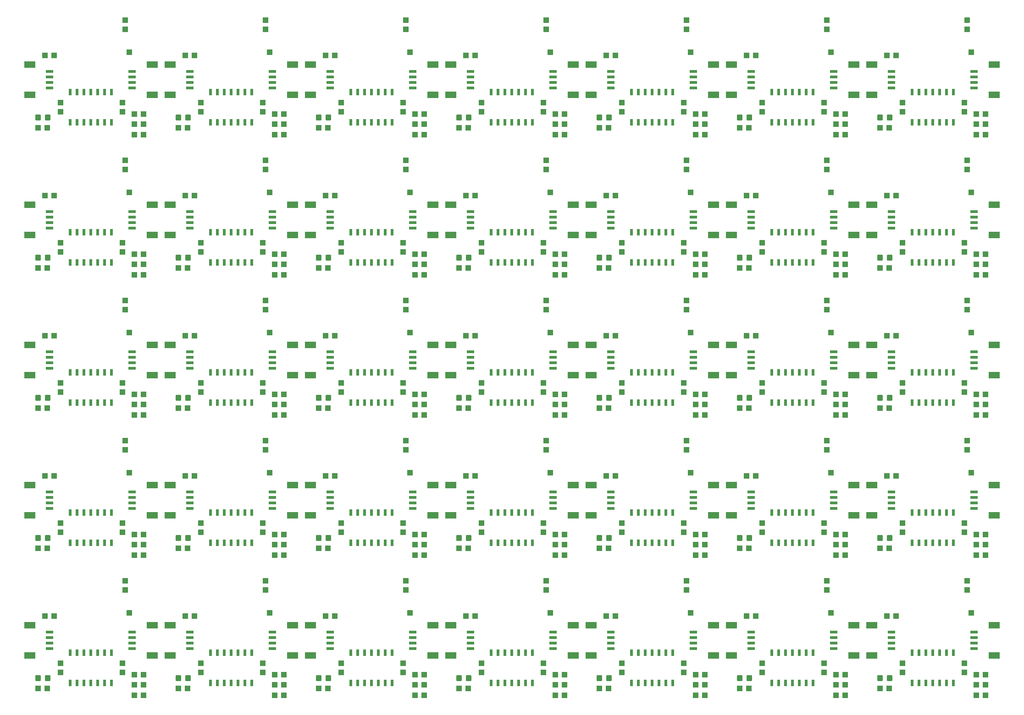
<source format=gtp>
G04 EAGLE Gerber RS-274X export*
G75*
%MOMM*%
%FSLAX34Y34*%
%LPD*%
%INSolderpaste Top*%
%IPPOS*%
%AMOC8*
5,1,8,0,0,1.08239X$1,22.5*%
G01*
%ADD10R,1.079500X1.079500*%
%ADD11R,2.000000X1.200000*%
%ADD12R,1.350000X0.600000*%
%ADD13R,1.000000X1.100000*%
%ADD14R,1.100000X1.000000*%
%ADD15R,0.600000X1.200000*%
%ADD16C,0.300000*%


D10*
X197803Y177483D03*
X456883Y177483D03*
X715963Y177483D03*
X975043Y177483D03*
X1234123Y177483D03*
X1493203Y177483D03*
X1752283Y177483D03*
X197803Y436563D03*
X456883Y436563D03*
X715963Y436563D03*
X975043Y436563D03*
X1234123Y436563D03*
X1493203Y436563D03*
X1752283Y436563D03*
X197803Y695643D03*
X456883Y695643D03*
X715963Y695643D03*
X975043Y695643D03*
X1234123Y695643D03*
X1493203Y695643D03*
X1752283Y695643D03*
X197803Y954723D03*
X456883Y954723D03*
X715963Y954723D03*
X975043Y954723D03*
X1234123Y954723D03*
X1493203Y954723D03*
X1752283Y954723D03*
X197803Y1213803D03*
X456883Y1213803D03*
X715963Y1213803D03*
X975043Y1213803D03*
X1234123Y1213803D03*
X1493203Y1213803D03*
X1752283Y1213803D03*
D11*
X239950Y99000D03*
X239950Y155000D03*
D12*
X203200Y112000D03*
X203200Y122000D03*
X203200Y132000D03*
X203200Y142000D03*
D11*
X14050Y155000D03*
X14050Y99000D03*
D12*
X50800Y142000D03*
X50800Y132000D03*
X50800Y122000D03*
X50800Y112000D03*
D13*
X184785Y84700D03*
X184785Y67700D03*
D14*
X207400Y44450D03*
X224400Y44450D03*
X207400Y63500D03*
X224400Y63500D03*
D13*
X70485Y84700D03*
X70485Y67700D03*
D15*
X165100Y104200D03*
X152400Y104200D03*
X139700Y104200D03*
X127000Y104200D03*
X114300Y104200D03*
X101600Y104200D03*
X88900Y104200D03*
X88900Y48200D03*
X101600Y48200D03*
X114300Y48200D03*
X127000Y48200D03*
X139700Y48200D03*
X152400Y48200D03*
X165100Y48200D03*
D14*
X29600Y38100D03*
X46600Y38100D03*
D16*
X43370Y53650D02*
X43370Y60650D01*
X50370Y60650D01*
X50370Y53650D01*
X43370Y53650D01*
X43370Y56500D02*
X50370Y56500D01*
X50370Y59350D02*
X43370Y59350D01*
X25830Y60650D02*
X25830Y53650D01*
X25830Y60650D02*
X32830Y60650D01*
X32830Y53650D01*
X25830Y53650D01*
X25830Y56500D02*
X32830Y56500D01*
X32830Y59350D02*
X25830Y59350D01*
D14*
X207400Y25400D03*
X224400Y25400D03*
D13*
X190500Y237100D03*
X190500Y220100D03*
D14*
X42300Y171450D03*
X59300Y171450D03*
D11*
X499030Y99000D03*
X499030Y155000D03*
D12*
X462280Y112000D03*
X462280Y122000D03*
X462280Y132000D03*
X462280Y142000D03*
D11*
X273130Y155000D03*
X273130Y99000D03*
D12*
X309880Y142000D03*
X309880Y132000D03*
X309880Y122000D03*
X309880Y112000D03*
D13*
X443865Y84700D03*
X443865Y67700D03*
D14*
X466480Y44450D03*
X483480Y44450D03*
X466480Y63500D03*
X483480Y63500D03*
D13*
X329565Y84700D03*
X329565Y67700D03*
D15*
X424180Y104200D03*
X411480Y104200D03*
X398780Y104200D03*
X386080Y104200D03*
X373380Y104200D03*
X360680Y104200D03*
X347980Y104200D03*
X347980Y48200D03*
X360680Y48200D03*
X373380Y48200D03*
X386080Y48200D03*
X398780Y48200D03*
X411480Y48200D03*
X424180Y48200D03*
D14*
X288680Y38100D03*
X305680Y38100D03*
D16*
X302450Y53650D02*
X302450Y60650D01*
X309450Y60650D01*
X309450Y53650D01*
X302450Y53650D01*
X302450Y56500D02*
X309450Y56500D01*
X309450Y59350D02*
X302450Y59350D01*
X284910Y60650D02*
X284910Y53650D01*
X284910Y60650D02*
X291910Y60650D01*
X291910Y53650D01*
X284910Y53650D01*
X284910Y56500D02*
X291910Y56500D01*
X291910Y59350D02*
X284910Y59350D01*
D14*
X466480Y25400D03*
X483480Y25400D03*
D13*
X449580Y237100D03*
X449580Y220100D03*
D14*
X301380Y171450D03*
X318380Y171450D03*
D11*
X758110Y99000D03*
X758110Y155000D03*
D12*
X721360Y112000D03*
X721360Y122000D03*
X721360Y132000D03*
X721360Y142000D03*
D11*
X532210Y155000D03*
X532210Y99000D03*
D12*
X568960Y142000D03*
X568960Y132000D03*
X568960Y122000D03*
X568960Y112000D03*
D13*
X702945Y84700D03*
X702945Y67700D03*
D14*
X725560Y44450D03*
X742560Y44450D03*
X725560Y63500D03*
X742560Y63500D03*
D13*
X588645Y84700D03*
X588645Y67700D03*
D15*
X683260Y104200D03*
X670560Y104200D03*
X657860Y104200D03*
X645160Y104200D03*
X632460Y104200D03*
X619760Y104200D03*
X607060Y104200D03*
X607060Y48200D03*
X619760Y48200D03*
X632460Y48200D03*
X645160Y48200D03*
X657860Y48200D03*
X670560Y48200D03*
X683260Y48200D03*
D14*
X547760Y38100D03*
X564760Y38100D03*
D16*
X561530Y53650D02*
X561530Y60650D01*
X568530Y60650D01*
X568530Y53650D01*
X561530Y53650D01*
X561530Y56500D02*
X568530Y56500D01*
X568530Y59350D02*
X561530Y59350D01*
X543990Y60650D02*
X543990Y53650D01*
X543990Y60650D02*
X550990Y60650D01*
X550990Y53650D01*
X543990Y53650D01*
X543990Y56500D02*
X550990Y56500D01*
X550990Y59350D02*
X543990Y59350D01*
D14*
X725560Y25400D03*
X742560Y25400D03*
D13*
X708660Y237100D03*
X708660Y220100D03*
D14*
X560460Y171450D03*
X577460Y171450D03*
D11*
X1017190Y99000D03*
X1017190Y155000D03*
D12*
X980440Y112000D03*
X980440Y122000D03*
X980440Y132000D03*
X980440Y142000D03*
D11*
X791290Y155000D03*
X791290Y99000D03*
D12*
X828040Y142000D03*
X828040Y132000D03*
X828040Y122000D03*
X828040Y112000D03*
D13*
X962025Y84700D03*
X962025Y67700D03*
D14*
X984640Y44450D03*
X1001640Y44450D03*
X984640Y63500D03*
X1001640Y63500D03*
D13*
X847725Y84700D03*
X847725Y67700D03*
D15*
X942340Y104200D03*
X929640Y104200D03*
X916940Y104200D03*
X904240Y104200D03*
X891540Y104200D03*
X878840Y104200D03*
X866140Y104200D03*
X866140Y48200D03*
X878840Y48200D03*
X891540Y48200D03*
X904240Y48200D03*
X916940Y48200D03*
X929640Y48200D03*
X942340Y48200D03*
D14*
X806840Y38100D03*
X823840Y38100D03*
D16*
X820610Y53650D02*
X820610Y60650D01*
X827610Y60650D01*
X827610Y53650D01*
X820610Y53650D01*
X820610Y56500D02*
X827610Y56500D01*
X827610Y59350D02*
X820610Y59350D01*
X803070Y60650D02*
X803070Y53650D01*
X803070Y60650D02*
X810070Y60650D01*
X810070Y53650D01*
X803070Y53650D01*
X803070Y56500D02*
X810070Y56500D01*
X810070Y59350D02*
X803070Y59350D01*
D14*
X984640Y25400D03*
X1001640Y25400D03*
D13*
X967740Y237100D03*
X967740Y220100D03*
D14*
X819540Y171450D03*
X836540Y171450D03*
D11*
X1276270Y99000D03*
X1276270Y155000D03*
D12*
X1239520Y112000D03*
X1239520Y122000D03*
X1239520Y132000D03*
X1239520Y142000D03*
D11*
X1050370Y155000D03*
X1050370Y99000D03*
D12*
X1087120Y142000D03*
X1087120Y132000D03*
X1087120Y122000D03*
X1087120Y112000D03*
D13*
X1221105Y84700D03*
X1221105Y67700D03*
D14*
X1243720Y44450D03*
X1260720Y44450D03*
X1243720Y63500D03*
X1260720Y63500D03*
D13*
X1106805Y84700D03*
X1106805Y67700D03*
D15*
X1201420Y104200D03*
X1188720Y104200D03*
X1176020Y104200D03*
X1163320Y104200D03*
X1150620Y104200D03*
X1137920Y104200D03*
X1125220Y104200D03*
X1125220Y48200D03*
X1137920Y48200D03*
X1150620Y48200D03*
X1163320Y48200D03*
X1176020Y48200D03*
X1188720Y48200D03*
X1201420Y48200D03*
D14*
X1065920Y38100D03*
X1082920Y38100D03*
D16*
X1079690Y53650D02*
X1079690Y60650D01*
X1086690Y60650D01*
X1086690Y53650D01*
X1079690Y53650D01*
X1079690Y56500D02*
X1086690Y56500D01*
X1086690Y59350D02*
X1079690Y59350D01*
X1062150Y60650D02*
X1062150Y53650D01*
X1062150Y60650D02*
X1069150Y60650D01*
X1069150Y53650D01*
X1062150Y53650D01*
X1062150Y56500D02*
X1069150Y56500D01*
X1069150Y59350D02*
X1062150Y59350D01*
D14*
X1243720Y25400D03*
X1260720Y25400D03*
D13*
X1226820Y237100D03*
X1226820Y220100D03*
D14*
X1078620Y171450D03*
X1095620Y171450D03*
D11*
X1535350Y99000D03*
X1535350Y155000D03*
D12*
X1498600Y112000D03*
X1498600Y122000D03*
X1498600Y132000D03*
X1498600Y142000D03*
D11*
X1309450Y155000D03*
X1309450Y99000D03*
D12*
X1346200Y142000D03*
X1346200Y132000D03*
X1346200Y122000D03*
X1346200Y112000D03*
D13*
X1480185Y84700D03*
X1480185Y67700D03*
D14*
X1502800Y44450D03*
X1519800Y44450D03*
X1502800Y63500D03*
X1519800Y63500D03*
D13*
X1365885Y84700D03*
X1365885Y67700D03*
D15*
X1460500Y104200D03*
X1447800Y104200D03*
X1435100Y104200D03*
X1422400Y104200D03*
X1409700Y104200D03*
X1397000Y104200D03*
X1384300Y104200D03*
X1384300Y48200D03*
X1397000Y48200D03*
X1409700Y48200D03*
X1422400Y48200D03*
X1435100Y48200D03*
X1447800Y48200D03*
X1460500Y48200D03*
D14*
X1325000Y38100D03*
X1342000Y38100D03*
D16*
X1338770Y53650D02*
X1338770Y60650D01*
X1345770Y60650D01*
X1345770Y53650D01*
X1338770Y53650D01*
X1338770Y56500D02*
X1345770Y56500D01*
X1345770Y59350D02*
X1338770Y59350D01*
X1321230Y60650D02*
X1321230Y53650D01*
X1321230Y60650D02*
X1328230Y60650D01*
X1328230Y53650D01*
X1321230Y53650D01*
X1321230Y56500D02*
X1328230Y56500D01*
X1328230Y59350D02*
X1321230Y59350D01*
D14*
X1502800Y25400D03*
X1519800Y25400D03*
D13*
X1485900Y237100D03*
X1485900Y220100D03*
D14*
X1337700Y171450D03*
X1354700Y171450D03*
D11*
X1794430Y99000D03*
X1794430Y155000D03*
D12*
X1757680Y112000D03*
X1757680Y122000D03*
X1757680Y132000D03*
X1757680Y142000D03*
D11*
X1568530Y155000D03*
X1568530Y99000D03*
D12*
X1605280Y142000D03*
X1605280Y132000D03*
X1605280Y122000D03*
X1605280Y112000D03*
D13*
X1739265Y84700D03*
X1739265Y67700D03*
D14*
X1761880Y44450D03*
X1778880Y44450D03*
X1761880Y63500D03*
X1778880Y63500D03*
D13*
X1624965Y84700D03*
X1624965Y67700D03*
D15*
X1719580Y104200D03*
X1706880Y104200D03*
X1694180Y104200D03*
X1681480Y104200D03*
X1668780Y104200D03*
X1656080Y104200D03*
X1643380Y104200D03*
X1643380Y48200D03*
X1656080Y48200D03*
X1668780Y48200D03*
X1681480Y48200D03*
X1694180Y48200D03*
X1706880Y48200D03*
X1719580Y48200D03*
D14*
X1584080Y38100D03*
X1601080Y38100D03*
D16*
X1597850Y53650D02*
X1597850Y60650D01*
X1604850Y60650D01*
X1604850Y53650D01*
X1597850Y53650D01*
X1597850Y56500D02*
X1604850Y56500D01*
X1604850Y59350D02*
X1597850Y59350D01*
X1580310Y60650D02*
X1580310Y53650D01*
X1580310Y60650D02*
X1587310Y60650D01*
X1587310Y53650D01*
X1580310Y53650D01*
X1580310Y56500D02*
X1587310Y56500D01*
X1587310Y59350D02*
X1580310Y59350D01*
D14*
X1761880Y25400D03*
X1778880Y25400D03*
D13*
X1744980Y237100D03*
X1744980Y220100D03*
D14*
X1596780Y171450D03*
X1613780Y171450D03*
D11*
X239950Y358080D03*
X239950Y414080D03*
D12*
X203200Y371080D03*
X203200Y381080D03*
X203200Y391080D03*
X203200Y401080D03*
D11*
X14050Y414080D03*
X14050Y358080D03*
D12*
X50800Y401080D03*
X50800Y391080D03*
X50800Y381080D03*
X50800Y371080D03*
D13*
X184785Y343780D03*
X184785Y326780D03*
D14*
X207400Y303530D03*
X224400Y303530D03*
X207400Y322580D03*
X224400Y322580D03*
D13*
X70485Y343780D03*
X70485Y326780D03*
D15*
X165100Y363280D03*
X152400Y363280D03*
X139700Y363280D03*
X127000Y363280D03*
X114300Y363280D03*
X101600Y363280D03*
X88900Y363280D03*
X88900Y307280D03*
X101600Y307280D03*
X114300Y307280D03*
X127000Y307280D03*
X139700Y307280D03*
X152400Y307280D03*
X165100Y307280D03*
D14*
X29600Y297180D03*
X46600Y297180D03*
D16*
X43370Y312730D02*
X43370Y319730D01*
X50370Y319730D01*
X50370Y312730D01*
X43370Y312730D01*
X43370Y315580D02*
X50370Y315580D01*
X50370Y318430D02*
X43370Y318430D01*
X25830Y319730D02*
X25830Y312730D01*
X25830Y319730D02*
X32830Y319730D01*
X32830Y312730D01*
X25830Y312730D01*
X25830Y315580D02*
X32830Y315580D01*
X32830Y318430D02*
X25830Y318430D01*
D14*
X207400Y284480D03*
X224400Y284480D03*
D13*
X190500Y496180D03*
X190500Y479180D03*
D14*
X42300Y430530D03*
X59300Y430530D03*
D11*
X499030Y358080D03*
X499030Y414080D03*
D12*
X462280Y371080D03*
X462280Y381080D03*
X462280Y391080D03*
X462280Y401080D03*
D11*
X273130Y414080D03*
X273130Y358080D03*
D12*
X309880Y401080D03*
X309880Y391080D03*
X309880Y381080D03*
X309880Y371080D03*
D13*
X443865Y343780D03*
X443865Y326780D03*
D14*
X466480Y303530D03*
X483480Y303530D03*
X466480Y322580D03*
X483480Y322580D03*
D13*
X329565Y343780D03*
X329565Y326780D03*
D15*
X424180Y363280D03*
X411480Y363280D03*
X398780Y363280D03*
X386080Y363280D03*
X373380Y363280D03*
X360680Y363280D03*
X347980Y363280D03*
X347980Y307280D03*
X360680Y307280D03*
X373380Y307280D03*
X386080Y307280D03*
X398780Y307280D03*
X411480Y307280D03*
X424180Y307280D03*
D14*
X288680Y297180D03*
X305680Y297180D03*
D16*
X302450Y312730D02*
X302450Y319730D01*
X309450Y319730D01*
X309450Y312730D01*
X302450Y312730D01*
X302450Y315580D02*
X309450Y315580D01*
X309450Y318430D02*
X302450Y318430D01*
X284910Y319730D02*
X284910Y312730D01*
X284910Y319730D02*
X291910Y319730D01*
X291910Y312730D01*
X284910Y312730D01*
X284910Y315580D02*
X291910Y315580D01*
X291910Y318430D02*
X284910Y318430D01*
D14*
X466480Y284480D03*
X483480Y284480D03*
D13*
X449580Y496180D03*
X449580Y479180D03*
D14*
X301380Y430530D03*
X318380Y430530D03*
D11*
X758110Y358080D03*
X758110Y414080D03*
D12*
X721360Y371080D03*
X721360Y381080D03*
X721360Y391080D03*
X721360Y401080D03*
D11*
X532210Y414080D03*
X532210Y358080D03*
D12*
X568960Y401080D03*
X568960Y391080D03*
X568960Y381080D03*
X568960Y371080D03*
D13*
X702945Y343780D03*
X702945Y326780D03*
D14*
X725560Y303530D03*
X742560Y303530D03*
X725560Y322580D03*
X742560Y322580D03*
D13*
X588645Y343780D03*
X588645Y326780D03*
D15*
X683260Y363280D03*
X670560Y363280D03*
X657860Y363280D03*
X645160Y363280D03*
X632460Y363280D03*
X619760Y363280D03*
X607060Y363280D03*
X607060Y307280D03*
X619760Y307280D03*
X632460Y307280D03*
X645160Y307280D03*
X657860Y307280D03*
X670560Y307280D03*
X683260Y307280D03*
D14*
X547760Y297180D03*
X564760Y297180D03*
D16*
X561530Y312730D02*
X561530Y319730D01*
X568530Y319730D01*
X568530Y312730D01*
X561530Y312730D01*
X561530Y315580D02*
X568530Y315580D01*
X568530Y318430D02*
X561530Y318430D01*
X543990Y319730D02*
X543990Y312730D01*
X543990Y319730D02*
X550990Y319730D01*
X550990Y312730D01*
X543990Y312730D01*
X543990Y315580D02*
X550990Y315580D01*
X550990Y318430D02*
X543990Y318430D01*
D14*
X725560Y284480D03*
X742560Y284480D03*
D13*
X708660Y496180D03*
X708660Y479180D03*
D14*
X560460Y430530D03*
X577460Y430530D03*
D11*
X1017190Y358080D03*
X1017190Y414080D03*
D12*
X980440Y371080D03*
X980440Y381080D03*
X980440Y391080D03*
X980440Y401080D03*
D11*
X791290Y414080D03*
X791290Y358080D03*
D12*
X828040Y401080D03*
X828040Y391080D03*
X828040Y381080D03*
X828040Y371080D03*
D13*
X962025Y343780D03*
X962025Y326780D03*
D14*
X984640Y303530D03*
X1001640Y303530D03*
X984640Y322580D03*
X1001640Y322580D03*
D13*
X847725Y343780D03*
X847725Y326780D03*
D15*
X942340Y363280D03*
X929640Y363280D03*
X916940Y363280D03*
X904240Y363280D03*
X891540Y363280D03*
X878840Y363280D03*
X866140Y363280D03*
X866140Y307280D03*
X878840Y307280D03*
X891540Y307280D03*
X904240Y307280D03*
X916940Y307280D03*
X929640Y307280D03*
X942340Y307280D03*
D14*
X806840Y297180D03*
X823840Y297180D03*
D16*
X820610Y312730D02*
X820610Y319730D01*
X827610Y319730D01*
X827610Y312730D01*
X820610Y312730D01*
X820610Y315580D02*
X827610Y315580D01*
X827610Y318430D02*
X820610Y318430D01*
X803070Y319730D02*
X803070Y312730D01*
X803070Y319730D02*
X810070Y319730D01*
X810070Y312730D01*
X803070Y312730D01*
X803070Y315580D02*
X810070Y315580D01*
X810070Y318430D02*
X803070Y318430D01*
D14*
X984640Y284480D03*
X1001640Y284480D03*
D13*
X967740Y496180D03*
X967740Y479180D03*
D14*
X819540Y430530D03*
X836540Y430530D03*
D11*
X1276270Y358080D03*
X1276270Y414080D03*
D12*
X1239520Y371080D03*
X1239520Y381080D03*
X1239520Y391080D03*
X1239520Y401080D03*
D11*
X1050370Y414080D03*
X1050370Y358080D03*
D12*
X1087120Y401080D03*
X1087120Y391080D03*
X1087120Y381080D03*
X1087120Y371080D03*
D13*
X1221105Y343780D03*
X1221105Y326780D03*
D14*
X1243720Y303530D03*
X1260720Y303530D03*
X1243720Y322580D03*
X1260720Y322580D03*
D13*
X1106805Y343780D03*
X1106805Y326780D03*
D15*
X1201420Y363280D03*
X1188720Y363280D03*
X1176020Y363280D03*
X1163320Y363280D03*
X1150620Y363280D03*
X1137920Y363280D03*
X1125220Y363280D03*
X1125220Y307280D03*
X1137920Y307280D03*
X1150620Y307280D03*
X1163320Y307280D03*
X1176020Y307280D03*
X1188720Y307280D03*
X1201420Y307280D03*
D14*
X1065920Y297180D03*
X1082920Y297180D03*
D16*
X1079690Y312730D02*
X1079690Y319730D01*
X1086690Y319730D01*
X1086690Y312730D01*
X1079690Y312730D01*
X1079690Y315580D02*
X1086690Y315580D01*
X1086690Y318430D02*
X1079690Y318430D01*
X1062150Y319730D02*
X1062150Y312730D01*
X1062150Y319730D02*
X1069150Y319730D01*
X1069150Y312730D01*
X1062150Y312730D01*
X1062150Y315580D02*
X1069150Y315580D01*
X1069150Y318430D02*
X1062150Y318430D01*
D14*
X1243720Y284480D03*
X1260720Y284480D03*
D13*
X1226820Y496180D03*
X1226820Y479180D03*
D14*
X1078620Y430530D03*
X1095620Y430530D03*
D11*
X1535350Y358080D03*
X1535350Y414080D03*
D12*
X1498600Y371080D03*
X1498600Y381080D03*
X1498600Y391080D03*
X1498600Y401080D03*
D11*
X1309450Y414080D03*
X1309450Y358080D03*
D12*
X1346200Y401080D03*
X1346200Y391080D03*
X1346200Y381080D03*
X1346200Y371080D03*
D13*
X1480185Y343780D03*
X1480185Y326780D03*
D14*
X1502800Y303530D03*
X1519800Y303530D03*
X1502800Y322580D03*
X1519800Y322580D03*
D13*
X1365885Y343780D03*
X1365885Y326780D03*
D15*
X1460500Y363280D03*
X1447800Y363280D03*
X1435100Y363280D03*
X1422400Y363280D03*
X1409700Y363280D03*
X1397000Y363280D03*
X1384300Y363280D03*
X1384300Y307280D03*
X1397000Y307280D03*
X1409700Y307280D03*
X1422400Y307280D03*
X1435100Y307280D03*
X1447800Y307280D03*
X1460500Y307280D03*
D14*
X1325000Y297180D03*
X1342000Y297180D03*
D16*
X1338770Y312730D02*
X1338770Y319730D01*
X1345770Y319730D01*
X1345770Y312730D01*
X1338770Y312730D01*
X1338770Y315580D02*
X1345770Y315580D01*
X1345770Y318430D02*
X1338770Y318430D01*
X1321230Y319730D02*
X1321230Y312730D01*
X1321230Y319730D02*
X1328230Y319730D01*
X1328230Y312730D01*
X1321230Y312730D01*
X1321230Y315580D02*
X1328230Y315580D01*
X1328230Y318430D02*
X1321230Y318430D01*
D14*
X1502800Y284480D03*
X1519800Y284480D03*
D13*
X1485900Y496180D03*
X1485900Y479180D03*
D14*
X1337700Y430530D03*
X1354700Y430530D03*
D11*
X1794430Y358080D03*
X1794430Y414080D03*
D12*
X1757680Y371080D03*
X1757680Y381080D03*
X1757680Y391080D03*
X1757680Y401080D03*
D11*
X1568530Y414080D03*
X1568530Y358080D03*
D12*
X1605280Y401080D03*
X1605280Y391080D03*
X1605280Y381080D03*
X1605280Y371080D03*
D13*
X1739265Y343780D03*
X1739265Y326780D03*
D14*
X1761880Y303530D03*
X1778880Y303530D03*
X1761880Y322580D03*
X1778880Y322580D03*
D13*
X1624965Y343780D03*
X1624965Y326780D03*
D15*
X1719580Y363280D03*
X1706880Y363280D03*
X1694180Y363280D03*
X1681480Y363280D03*
X1668780Y363280D03*
X1656080Y363280D03*
X1643380Y363280D03*
X1643380Y307280D03*
X1656080Y307280D03*
X1668780Y307280D03*
X1681480Y307280D03*
X1694180Y307280D03*
X1706880Y307280D03*
X1719580Y307280D03*
D14*
X1584080Y297180D03*
X1601080Y297180D03*
D16*
X1597850Y312730D02*
X1597850Y319730D01*
X1604850Y319730D01*
X1604850Y312730D01*
X1597850Y312730D01*
X1597850Y315580D02*
X1604850Y315580D01*
X1604850Y318430D02*
X1597850Y318430D01*
X1580310Y319730D02*
X1580310Y312730D01*
X1580310Y319730D02*
X1587310Y319730D01*
X1587310Y312730D01*
X1580310Y312730D01*
X1580310Y315580D02*
X1587310Y315580D01*
X1587310Y318430D02*
X1580310Y318430D01*
D14*
X1761880Y284480D03*
X1778880Y284480D03*
D13*
X1744980Y496180D03*
X1744980Y479180D03*
D14*
X1596780Y430530D03*
X1613780Y430530D03*
D11*
X239950Y617160D03*
X239950Y673160D03*
D12*
X203200Y630160D03*
X203200Y640160D03*
X203200Y650160D03*
X203200Y660160D03*
D11*
X14050Y673160D03*
X14050Y617160D03*
D12*
X50800Y660160D03*
X50800Y650160D03*
X50800Y640160D03*
X50800Y630160D03*
D13*
X184785Y602860D03*
X184785Y585860D03*
D14*
X207400Y562610D03*
X224400Y562610D03*
X207400Y581660D03*
X224400Y581660D03*
D13*
X70485Y602860D03*
X70485Y585860D03*
D15*
X165100Y622360D03*
X152400Y622360D03*
X139700Y622360D03*
X127000Y622360D03*
X114300Y622360D03*
X101600Y622360D03*
X88900Y622360D03*
X88900Y566360D03*
X101600Y566360D03*
X114300Y566360D03*
X127000Y566360D03*
X139700Y566360D03*
X152400Y566360D03*
X165100Y566360D03*
D14*
X29600Y556260D03*
X46600Y556260D03*
D16*
X43370Y571810D02*
X43370Y578810D01*
X50370Y578810D01*
X50370Y571810D01*
X43370Y571810D01*
X43370Y574660D02*
X50370Y574660D01*
X50370Y577510D02*
X43370Y577510D01*
X25830Y578810D02*
X25830Y571810D01*
X25830Y578810D02*
X32830Y578810D01*
X32830Y571810D01*
X25830Y571810D01*
X25830Y574660D02*
X32830Y574660D01*
X32830Y577510D02*
X25830Y577510D01*
D14*
X207400Y543560D03*
X224400Y543560D03*
D13*
X190500Y755260D03*
X190500Y738260D03*
D14*
X42300Y689610D03*
X59300Y689610D03*
D11*
X499030Y617160D03*
X499030Y673160D03*
D12*
X462280Y630160D03*
X462280Y640160D03*
X462280Y650160D03*
X462280Y660160D03*
D11*
X273130Y673160D03*
X273130Y617160D03*
D12*
X309880Y660160D03*
X309880Y650160D03*
X309880Y640160D03*
X309880Y630160D03*
D13*
X443865Y602860D03*
X443865Y585860D03*
D14*
X466480Y562610D03*
X483480Y562610D03*
X466480Y581660D03*
X483480Y581660D03*
D13*
X329565Y602860D03*
X329565Y585860D03*
D15*
X424180Y622360D03*
X411480Y622360D03*
X398780Y622360D03*
X386080Y622360D03*
X373380Y622360D03*
X360680Y622360D03*
X347980Y622360D03*
X347980Y566360D03*
X360680Y566360D03*
X373380Y566360D03*
X386080Y566360D03*
X398780Y566360D03*
X411480Y566360D03*
X424180Y566360D03*
D14*
X288680Y556260D03*
X305680Y556260D03*
D16*
X302450Y571810D02*
X302450Y578810D01*
X309450Y578810D01*
X309450Y571810D01*
X302450Y571810D01*
X302450Y574660D02*
X309450Y574660D01*
X309450Y577510D02*
X302450Y577510D01*
X284910Y578810D02*
X284910Y571810D01*
X284910Y578810D02*
X291910Y578810D01*
X291910Y571810D01*
X284910Y571810D01*
X284910Y574660D02*
X291910Y574660D01*
X291910Y577510D02*
X284910Y577510D01*
D14*
X466480Y543560D03*
X483480Y543560D03*
D13*
X449580Y755260D03*
X449580Y738260D03*
D14*
X301380Y689610D03*
X318380Y689610D03*
D11*
X758110Y617160D03*
X758110Y673160D03*
D12*
X721360Y630160D03*
X721360Y640160D03*
X721360Y650160D03*
X721360Y660160D03*
D11*
X532210Y673160D03*
X532210Y617160D03*
D12*
X568960Y660160D03*
X568960Y650160D03*
X568960Y640160D03*
X568960Y630160D03*
D13*
X702945Y602860D03*
X702945Y585860D03*
D14*
X725560Y562610D03*
X742560Y562610D03*
X725560Y581660D03*
X742560Y581660D03*
D13*
X588645Y602860D03*
X588645Y585860D03*
D15*
X683260Y622360D03*
X670560Y622360D03*
X657860Y622360D03*
X645160Y622360D03*
X632460Y622360D03*
X619760Y622360D03*
X607060Y622360D03*
X607060Y566360D03*
X619760Y566360D03*
X632460Y566360D03*
X645160Y566360D03*
X657860Y566360D03*
X670560Y566360D03*
X683260Y566360D03*
D14*
X547760Y556260D03*
X564760Y556260D03*
D16*
X561530Y571810D02*
X561530Y578810D01*
X568530Y578810D01*
X568530Y571810D01*
X561530Y571810D01*
X561530Y574660D02*
X568530Y574660D01*
X568530Y577510D02*
X561530Y577510D01*
X543990Y578810D02*
X543990Y571810D01*
X543990Y578810D02*
X550990Y578810D01*
X550990Y571810D01*
X543990Y571810D01*
X543990Y574660D02*
X550990Y574660D01*
X550990Y577510D02*
X543990Y577510D01*
D14*
X725560Y543560D03*
X742560Y543560D03*
D13*
X708660Y755260D03*
X708660Y738260D03*
D14*
X560460Y689610D03*
X577460Y689610D03*
D11*
X1017190Y617160D03*
X1017190Y673160D03*
D12*
X980440Y630160D03*
X980440Y640160D03*
X980440Y650160D03*
X980440Y660160D03*
D11*
X791290Y673160D03*
X791290Y617160D03*
D12*
X828040Y660160D03*
X828040Y650160D03*
X828040Y640160D03*
X828040Y630160D03*
D13*
X962025Y602860D03*
X962025Y585860D03*
D14*
X984640Y562610D03*
X1001640Y562610D03*
X984640Y581660D03*
X1001640Y581660D03*
D13*
X847725Y602860D03*
X847725Y585860D03*
D15*
X942340Y622360D03*
X929640Y622360D03*
X916940Y622360D03*
X904240Y622360D03*
X891540Y622360D03*
X878840Y622360D03*
X866140Y622360D03*
X866140Y566360D03*
X878840Y566360D03*
X891540Y566360D03*
X904240Y566360D03*
X916940Y566360D03*
X929640Y566360D03*
X942340Y566360D03*
D14*
X806840Y556260D03*
X823840Y556260D03*
D16*
X820610Y571810D02*
X820610Y578810D01*
X827610Y578810D01*
X827610Y571810D01*
X820610Y571810D01*
X820610Y574660D02*
X827610Y574660D01*
X827610Y577510D02*
X820610Y577510D01*
X803070Y578810D02*
X803070Y571810D01*
X803070Y578810D02*
X810070Y578810D01*
X810070Y571810D01*
X803070Y571810D01*
X803070Y574660D02*
X810070Y574660D01*
X810070Y577510D02*
X803070Y577510D01*
D14*
X984640Y543560D03*
X1001640Y543560D03*
D13*
X967740Y755260D03*
X967740Y738260D03*
D14*
X819540Y689610D03*
X836540Y689610D03*
D11*
X1276270Y617160D03*
X1276270Y673160D03*
D12*
X1239520Y630160D03*
X1239520Y640160D03*
X1239520Y650160D03*
X1239520Y660160D03*
D11*
X1050370Y673160D03*
X1050370Y617160D03*
D12*
X1087120Y660160D03*
X1087120Y650160D03*
X1087120Y640160D03*
X1087120Y630160D03*
D13*
X1221105Y602860D03*
X1221105Y585860D03*
D14*
X1243720Y562610D03*
X1260720Y562610D03*
X1243720Y581660D03*
X1260720Y581660D03*
D13*
X1106805Y602860D03*
X1106805Y585860D03*
D15*
X1201420Y622360D03*
X1188720Y622360D03*
X1176020Y622360D03*
X1163320Y622360D03*
X1150620Y622360D03*
X1137920Y622360D03*
X1125220Y622360D03*
X1125220Y566360D03*
X1137920Y566360D03*
X1150620Y566360D03*
X1163320Y566360D03*
X1176020Y566360D03*
X1188720Y566360D03*
X1201420Y566360D03*
D14*
X1065920Y556260D03*
X1082920Y556260D03*
D16*
X1079690Y571810D02*
X1079690Y578810D01*
X1086690Y578810D01*
X1086690Y571810D01*
X1079690Y571810D01*
X1079690Y574660D02*
X1086690Y574660D01*
X1086690Y577510D02*
X1079690Y577510D01*
X1062150Y578810D02*
X1062150Y571810D01*
X1062150Y578810D02*
X1069150Y578810D01*
X1069150Y571810D01*
X1062150Y571810D01*
X1062150Y574660D02*
X1069150Y574660D01*
X1069150Y577510D02*
X1062150Y577510D01*
D14*
X1243720Y543560D03*
X1260720Y543560D03*
D13*
X1226820Y755260D03*
X1226820Y738260D03*
D14*
X1078620Y689610D03*
X1095620Y689610D03*
D11*
X1535350Y617160D03*
X1535350Y673160D03*
D12*
X1498600Y630160D03*
X1498600Y640160D03*
X1498600Y650160D03*
X1498600Y660160D03*
D11*
X1309450Y673160D03*
X1309450Y617160D03*
D12*
X1346200Y660160D03*
X1346200Y650160D03*
X1346200Y640160D03*
X1346200Y630160D03*
D13*
X1480185Y602860D03*
X1480185Y585860D03*
D14*
X1502800Y562610D03*
X1519800Y562610D03*
X1502800Y581660D03*
X1519800Y581660D03*
D13*
X1365885Y602860D03*
X1365885Y585860D03*
D15*
X1460500Y622360D03*
X1447800Y622360D03*
X1435100Y622360D03*
X1422400Y622360D03*
X1409700Y622360D03*
X1397000Y622360D03*
X1384300Y622360D03*
X1384300Y566360D03*
X1397000Y566360D03*
X1409700Y566360D03*
X1422400Y566360D03*
X1435100Y566360D03*
X1447800Y566360D03*
X1460500Y566360D03*
D14*
X1325000Y556260D03*
X1342000Y556260D03*
D16*
X1338770Y571810D02*
X1338770Y578810D01*
X1345770Y578810D01*
X1345770Y571810D01*
X1338770Y571810D01*
X1338770Y574660D02*
X1345770Y574660D01*
X1345770Y577510D02*
X1338770Y577510D01*
X1321230Y578810D02*
X1321230Y571810D01*
X1321230Y578810D02*
X1328230Y578810D01*
X1328230Y571810D01*
X1321230Y571810D01*
X1321230Y574660D02*
X1328230Y574660D01*
X1328230Y577510D02*
X1321230Y577510D01*
D14*
X1502800Y543560D03*
X1519800Y543560D03*
D13*
X1485900Y755260D03*
X1485900Y738260D03*
D14*
X1337700Y689610D03*
X1354700Y689610D03*
D11*
X1794430Y617160D03*
X1794430Y673160D03*
D12*
X1757680Y630160D03*
X1757680Y640160D03*
X1757680Y650160D03*
X1757680Y660160D03*
D11*
X1568530Y673160D03*
X1568530Y617160D03*
D12*
X1605280Y660160D03*
X1605280Y650160D03*
X1605280Y640160D03*
X1605280Y630160D03*
D13*
X1739265Y602860D03*
X1739265Y585860D03*
D14*
X1761880Y562610D03*
X1778880Y562610D03*
X1761880Y581660D03*
X1778880Y581660D03*
D13*
X1624965Y602860D03*
X1624965Y585860D03*
D15*
X1719580Y622360D03*
X1706880Y622360D03*
X1694180Y622360D03*
X1681480Y622360D03*
X1668780Y622360D03*
X1656080Y622360D03*
X1643380Y622360D03*
X1643380Y566360D03*
X1656080Y566360D03*
X1668780Y566360D03*
X1681480Y566360D03*
X1694180Y566360D03*
X1706880Y566360D03*
X1719580Y566360D03*
D14*
X1584080Y556260D03*
X1601080Y556260D03*
D16*
X1597850Y571810D02*
X1597850Y578810D01*
X1604850Y578810D01*
X1604850Y571810D01*
X1597850Y571810D01*
X1597850Y574660D02*
X1604850Y574660D01*
X1604850Y577510D02*
X1597850Y577510D01*
X1580310Y578810D02*
X1580310Y571810D01*
X1580310Y578810D02*
X1587310Y578810D01*
X1587310Y571810D01*
X1580310Y571810D01*
X1580310Y574660D02*
X1587310Y574660D01*
X1587310Y577510D02*
X1580310Y577510D01*
D14*
X1761880Y543560D03*
X1778880Y543560D03*
D13*
X1744980Y755260D03*
X1744980Y738260D03*
D14*
X1596780Y689610D03*
X1613780Y689610D03*
D11*
X239950Y876240D03*
X239950Y932240D03*
D12*
X203200Y889240D03*
X203200Y899240D03*
X203200Y909240D03*
X203200Y919240D03*
D11*
X14050Y932240D03*
X14050Y876240D03*
D12*
X50800Y919240D03*
X50800Y909240D03*
X50800Y899240D03*
X50800Y889240D03*
D13*
X184785Y861940D03*
X184785Y844940D03*
D14*
X207400Y821690D03*
X224400Y821690D03*
X207400Y840740D03*
X224400Y840740D03*
D13*
X70485Y861940D03*
X70485Y844940D03*
D15*
X165100Y881440D03*
X152400Y881440D03*
X139700Y881440D03*
X127000Y881440D03*
X114300Y881440D03*
X101600Y881440D03*
X88900Y881440D03*
X88900Y825440D03*
X101600Y825440D03*
X114300Y825440D03*
X127000Y825440D03*
X139700Y825440D03*
X152400Y825440D03*
X165100Y825440D03*
D14*
X29600Y815340D03*
X46600Y815340D03*
D16*
X43370Y830890D02*
X43370Y837890D01*
X50370Y837890D01*
X50370Y830890D01*
X43370Y830890D01*
X43370Y833740D02*
X50370Y833740D01*
X50370Y836590D02*
X43370Y836590D01*
X25830Y837890D02*
X25830Y830890D01*
X25830Y837890D02*
X32830Y837890D01*
X32830Y830890D01*
X25830Y830890D01*
X25830Y833740D02*
X32830Y833740D01*
X32830Y836590D02*
X25830Y836590D01*
D14*
X207400Y802640D03*
X224400Y802640D03*
D13*
X190500Y1014340D03*
X190500Y997340D03*
D14*
X42300Y948690D03*
X59300Y948690D03*
D11*
X499030Y876240D03*
X499030Y932240D03*
D12*
X462280Y889240D03*
X462280Y899240D03*
X462280Y909240D03*
X462280Y919240D03*
D11*
X273130Y932240D03*
X273130Y876240D03*
D12*
X309880Y919240D03*
X309880Y909240D03*
X309880Y899240D03*
X309880Y889240D03*
D13*
X443865Y861940D03*
X443865Y844940D03*
D14*
X466480Y821690D03*
X483480Y821690D03*
X466480Y840740D03*
X483480Y840740D03*
D13*
X329565Y861940D03*
X329565Y844940D03*
D15*
X424180Y881440D03*
X411480Y881440D03*
X398780Y881440D03*
X386080Y881440D03*
X373380Y881440D03*
X360680Y881440D03*
X347980Y881440D03*
X347980Y825440D03*
X360680Y825440D03*
X373380Y825440D03*
X386080Y825440D03*
X398780Y825440D03*
X411480Y825440D03*
X424180Y825440D03*
D14*
X288680Y815340D03*
X305680Y815340D03*
D16*
X302450Y830890D02*
X302450Y837890D01*
X309450Y837890D01*
X309450Y830890D01*
X302450Y830890D01*
X302450Y833740D02*
X309450Y833740D01*
X309450Y836590D02*
X302450Y836590D01*
X284910Y837890D02*
X284910Y830890D01*
X284910Y837890D02*
X291910Y837890D01*
X291910Y830890D01*
X284910Y830890D01*
X284910Y833740D02*
X291910Y833740D01*
X291910Y836590D02*
X284910Y836590D01*
D14*
X466480Y802640D03*
X483480Y802640D03*
D13*
X449580Y1014340D03*
X449580Y997340D03*
D14*
X301380Y948690D03*
X318380Y948690D03*
D11*
X758110Y876240D03*
X758110Y932240D03*
D12*
X721360Y889240D03*
X721360Y899240D03*
X721360Y909240D03*
X721360Y919240D03*
D11*
X532210Y932240D03*
X532210Y876240D03*
D12*
X568960Y919240D03*
X568960Y909240D03*
X568960Y899240D03*
X568960Y889240D03*
D13*
X702945Y861940D03*
X702945Y844940D03*
D14*
X725560Y821690D03*
X742560Y821690D03*
X725560Y840740D03*
X742560Y840740D03*
D13*
X588645Y861940D03*
X588645Y844940D03*
D15*
X683260Y881440D03*
X670560Y881440D03*
X657860Y881440D03*
X645160Y881440D03*
X632460Y881440D03*
X619760Y881440D03*
X607060Y881440D03*
X607060Y825440D03*
X619760Y825440D03*
X632460Y825440D03*
X645160Y825440D03*
X657860Y825440D03*
X670560Y825440D03*
X683260Y825440D03*
D14*
X547760Y815340D03*
X564760Y815340D03*
D16*
X561530Y830890D02*
X561530Y837890D01*
X568530Y837890D01*
X568530Y830890D01*
X561530Y830890D01*
X561530Y833740D02*
X568530Y833740D01*
X568530Y836590D02*
X561530Y836590D01*
X543990Y837890D02*
X543990Y830890D01*
X543990Y837890D02*
X550990Y837890D01*
X550990Y830890D01*
X543990Y830890D01*
X543990Y833740D02*
X550990Y833740D01*
X550990Y836590D02*
X543990Y836590D01*
D14*
X725560Y802640D03*
X742560Y802640D03*
D13*
X708660Y1014340D03*
X708660Y997340D03*
D14*
X560460Y948690D03*
X577460Y948690D03*
D11*
X1017190Y876240D03*
X1017190Y932240D03*
D12*
X980440Y889240D03*
X980440Y899240D03*
X980440Y909240D03*
X980440Y919240D03*
D11*
X791290Y932240D03*
X791290Y876240D03*
D12*
X828040Y919240D03*
X828040Y909240D03*
X828040Y899240D03*
X828040Y889240D03*
D13*
X962025Y861940D03*
X962025Y844940D03*
D14*
X984640Y821690D03*
X1001640Y821690D03*
X984640Y840740D03*
X1001640Y840740D03*
D13*
X847725Y861940D03*
X847725Y844940D03*
D15*
X942340Y881440D03*
X929640Y881440D03*
X916940Y881440D03*
X904240Y881440D03*
X891540Y881440D03*
X878840Y881440D03*
X866140Y881440D03*
X866140Y825440D03*
X878840Y825440D03*
X891540Y825440D03*
X904240Y825440D03*
X916940Y825440D03*
X929640Y825440D03*
X942340Y825440D03*
D14*
X806840Y815340D03*
X823840Y815340D03*
D16*
X820610Y830890D02*
X820610Y837890D01*
X827610Y837890D01*
X827610Y830890D01*
X820610Y830890D01*
X820610Y833740D02*
X827610Y833740D01*
X827610Y836590D02*
X820610Y836590D01*
X803070Y837890D02*
X803070Y830890D01*
X803070Y837890D02*
X810070Y837890D01*
X810070Y830890D01*
X803070Y830890D01*
X803070Y833740D02*
X810070Y833740D01*
X810070Y836590D02*
X803070Y836590D01*
D14*
X984640Y802640D03*
X1001640Y802640D03*
D13*
X967740Y1014340D03*
X967740Y997340D03*
D14*
X819540Y948690D03*
X836540Y948690D03*
D11*
X1276270Y876240D03*
X1276270Y932240D03*
D12*
X1239520Y889240D03*
X1239520Y899240D03*
X1239520Y909240D03*
X1239520Y919240D03*
D11*
X1050370Y932240D03*
X1050370Y876240D03*
D12*
X1087120Y919240D03*
X1087120Y909240D03*
X1087120Y899240D03*
X1087120Y889240D03*
D13*
X1221105Y861940D03*
X1221105Y844940D03*
D14*
X1243720Y821690D03*
X1260720Y821690D03*
X1243720Y840740D03*
X1260720Y840740D03*
D13*
X1106805Y861940D03*
X1106805Y844940D03*
D15*
X1201420Y881440D03*
X1188720Y881440D03*
X1176020Y881440D03*
X1163320Y881440D03*
X1150620Y881440D03*
X1137920Y881440D03*
X1125220Y881440D03*
X1125220Y825440D03*
X1137920Y825440D03*
X1150620Y825440D03*
X1163320Y825440D03*
X1176020Y825440D03*
X1188720Y825440D03*
X1201420Y825440D03*
D14*
X1065920Y815340D03*
X1082920Y815340D03*
D16*
X1079690Y830890D02*
X1079690Y837890D01*
X1086690Y837890D01*
X1086690Y830890D01*
X1079690Y830890D01*
X1079690Y833740D02*
X1086690Y833740D01*
X1086690Y836590D02*
X1079690Y836590D01*
X1062150Y837890D02*
X1062150Y830890D01*
X1062150Y837890D02*
X1069150Y837890D01*
X1069150Y830890D01*
X1062150Y830890D01*
X1062150Y833740D02*
X1069150Y833740D01*
X1069150Y836590D02*
X1062150Y836590D01*
D14*
X1243720Y802640D03*
X1260720Y802640D03*
D13*
X1226820Y1014340D03*
X1226820Y997340D03*
D14*
X1078620Y948690D03*
X1095620Y948690D03*
D11*
X1535350Y876240D03*
X1535350Y932240D03*
D12*
X1498600Y889240D03*
X1498600Y899240D03*
X1498600Y909240D03*
X1498600Y919240D03*
D11*
X1309450Y932240D03*
X1309450Y876240D03*
D12*
X1346200Y919240D03*
X1346200Y909240D03*
X1346200Y899240D03*
X1346200Y889240D03*
D13*
X1480185Y861940D03*
X1480185Y844940D03*
D14*
X1502800Y821690D03*
X1519800Y821690D03*
X1502800Y840740D03*
X1519800Y840740D03*
D13*
X1365885Y861940D03*
X1365885Y844940D03*
D15*
X1460500Y881440D03*
X1447800Y881440D03*
X1435100Y881440D03*
X1422400Y881440D03*
X1409700Y881440D03*
X1397000Y881440D03*
X1384300Y881440D03*
X1384300Y825440D03*
X1397000Y825440D03*
X1409700Y825440D03*
X1422400Y825440D03*
X1435100Y825440D03*
X1447800Y825440D03*
X1460500Y825440D03*
D14*
X1325000Y815340D03*
X1342000Y815340D03*
D16*
X1338770Y830890D02*
X1338770Y837890D01*
X1345770Y837890D01*
X1345770Y830890D01*
X1338770Y830890D01*
X1338770Y833740D02*
X1345770Y833740D01*
X1345770Y836590D02*
X1338770Y836590D01*
X1321230Y837890D02*
X1321230Y830890D01*
X1321230Y837890D02*
X1328230Y837890D01*
X1328230Y830890D01*
X1321230Y830890D01*
X1321230Y833740D02*
X1328230Y833740D01*
X1328230Y836590D02*
X1321230Y836590D01*
D14*
X1502800Y802640D03*
X1519800Y802640D03*
D13*
X1485900Y1014340D03*
X1485900Y997340D03*
D14*
X1337700Y948690D03*
X1354700Y948690D03*
D11*
X1794430Y876240D03*
X1794430Y932240D03*
D12*
X1757680Y889240D03*
X1757680Y899240D03*
X1757680Y909240D03*
X1757680Y919240D03*
D11*
X1568530Y932240D03*
X1568530Y876240D03*
D12*
X1605280Y919240D03*
X1605280Y909240D03*
X1605280Y899240D03*
X1605280Y889240D03*
D13*
X1739265Y861940D03*
X1739265Y844940D03*
D14*
X1761880Y821690D03*
X1778880Y821690D03*
X1761880Y840740D03*
X1778880Y840740D03*
D13*
X1624965Y861940D03*
X1624965Y844940D03*
D15*
X1719580Y881440D03*
X1706880Y881440D03*
X1694180Y881440D03*
X1681480Y881440D03*
X1668780Y881440D03*
X1656080Y881440D03*
X1643380Y881440D03*
X1643380Y825440D03*
X1656080Y825440D03*
X1668780Y825440D03*
X1681480Y825440D03*
X1694180Y825440D03*
X1706880Y825440D03*
X1719580Y825440D03*
D14*
X1584080Y815340D03*
X1601080Y815340D03*
D16*
X1597850Y830890D02*
X1597850Y837890D01*
X1604850Y837890D01*
X1604850Y830890D01*
X1597850Y830890D01*
X1597850Y833740D02*
X1604850Y833740D01*
X1604850Y836590D02*
X1597850Y836590D01*
X1580310Y837890D02*
X1580310Y830890D01*
X1580310Y837890D02*
X1587310Y837890D01*
X1587310Y830890D01*
X1580310Y830890D01*
X1580310Y833740D02*
X1587310Y833740D01*
X1587310Y836590D02*
X1580310Y836590D01*
D14*
X1761880Y802640D03*
X1778880Y802640D03*
D13*
X1744980Y1014340D03*
X1744980Y997340D03*
D14*
X1596780Y948690D03*
X1613780Y948690D03*
D11*
X239950Y1135320D03*
X239950Y1191320D03*
D12*
X203200Y1148320D03*
X203200Y1158320D03*
X203200Y1168320D03*
X203200Y1178320D03*
D11*
X14050Y1191320D03*
X14050Y1135320D03*
D12*
X50800Y1178320D03*
X50800Y1168320D03*
X50800Y1158320D03*
X50800Y1148320D03*
D13*
X184785Y1121020D03*
X184785Y1104020D03*
D14*
X207400Y1080770D03*
X224400Y1080770D03*
X207400Y1099820D03*
X224400Y1099820D03*
D13*
X70485Y1121020D03*
X70485Y1104020D03*
D15*
X165100Y1140520D03*
X152400Y1140520D03*
X139700Y1140520D03*
X127000Y1140520D03*
X114300Y1140520D03*
X101600Y1140520D03*
X88900Y1140520D03*
X88900Y1084520D03*
X101600Y1084520D03*
X114300Y1084520D03*
X127000Y1084520D03*
X139700Y1084520D03*
X152400Y1084520D03*
X165100Y1084520D03*
D14*
X29600Y1074420D03*
X46600Y1074420D03*
D16*
X43370Y1089970D02*
X43370Y1096970D01*
X50370Y1096970D01*
X50370Y1089970D01*
X43370Y1089970D01*
X43370Y1092820D02*
X50370Y1092820D01*
X50370Y1095670D02*
X43370Y1095670D01*
X25830Y1096970D02*
X25830Y1089970D01*
X25830Y1096970D02*
X32830Y1096970D01*
X32830Y1089970D01*
X25830Y1089970D01*
X25830Y1092820D02*
X32830Y1092820D01*
X32830Y1095670D02*
X25830Y1095670D01*
D14*
X207400Y1061720D03*
X224400Y1061720D03*
D13*
X190500Y1273420D03*
X190500Y1256420D03*
D14*
X42300Y1207770D03*
X59300Y1207770D03*
D11*
X499030Y1135320D03*
X499030Y1191320D03*
D12*
X462280Y1148320D03*
X462280Y1158320D03*
X462280Y1168320D03*
X462280Y1178320D03*
D11*
X273130Y1191320D03*
X273130Y1135320D03*
D12*
X309880Y1178320D03*
X309880Y1168320D03*
X309880Y1158320D03*
X309880Y1148320D03*
D13*
X443865Y1121020D03*
X443865Y1104020D03*
D14*
X466480Y1080770D03*
X483480Y1080770D03*
X466480Y1099820D03*
X483480Y1099820D03*
D13*
X329565Y1121020D03*
X329565Y1104020D03*
D15*
X424180Y1140520D03*
X411480Y1140520D03*
X398780Y1140520D03*
X386080Y1140520D03*
X373380Y1140520D03*
X360680Y1140520D03*
X347980Y1140520D03*
X347980Y1084520D03*
X360680Y1084520D03*
X373380Y1084520D03*
X386080Y1084520D03*
X398780Y1084520D03*
X411480Y1084520D03*
X424180Y1084520D03*
D14*
X288680Y1074420D03*
X305680Y1074420D03*
D16*
X302450Y1089970D02*
X302450Y1096970D01*
X309450Y1096970D01*
X309450Y1089970D01*
X302450Y1089970D01*
X302450Y1092820D02*
X309450Y1092820D01*
X309450Y1095670D02*
X302450Y1095670D01*
X284910Y1096970D02*
X284910Y1089970D01*
X284910Y1096970D02*
X291910Y1096970D01*
X291910Y1089970D01*
X284910Y1089970D01*
X284910Y1092820D02*
X291910Y1092820D01*
X291910Y1095670D02*
X284910Y1095670D01*
D14*
X466480Y1061720D03*
X483480Y1061720D03*
D13*
X449580Y1273420D03*
X449580Y1256420D03*
D14*
X301380Y1207770D03*
X318380Y1207770D03*
D11*
X758110Y1135320D03*
X758110Y1191320D03*
D12*
X721360Y1148320D03*
X721360Y1158320D03*
X721360Y1168320D03*
X721360Y1178320D03*
D11*
X532210Y1191320D03*
X532210Y1135320D03*
D12*
X568960Y1178320D03*
X568960Y1168320D03*
X568960Y1158320D03*
X568960Y1148320D03*
D13*
X702945Y1121020D03*
X702945Y1104020D03*
D14*
X725560Y1080770D03*
X742560Y1080770D03*
X725560Y1099820D03*
X742560Y1099820D03*
D13*
X588645Y1121020D03*
X588645Y1104020D03*
D15*
X683260Y1140520D03*
X670560Y1140520D03*
X657860Y1140520D03*
X645160Y1140520D03*
X632460Y1140520D03*
X619760Y1140520D03*
X607060Y1140520D03*
X607060Y1084520D03*
X619760Y1084520D03*
X632460Y1084520D03*
X645160Y1084520D03*
X657860Y1084520D03*
X670560Y1084520D03*
X683260Y1084520D03*
D14*
X547760Y1074420D03*
X564760Y1074420D03*
D16*
X561530Y1089970D02*
X561530Y1096970D01*
X568530Y1096970D01*
X568530Y1089970D01*
X561530Y1089970D01*
X561530Y1092820D02*
X568530Y1092820D01*
X568530Y1095670D02*
X561530Y1095670D01*
X543990Y1096970D02*
X543990Y1089970D01*
X543990Y1096970D02*
X550990Y1096970D01*
X550990Y1089970D01*
X543990Y1089970D01*
X543990Y1092820D02*
X550990Y1092820D01*
X550990Y1095670D02*
X543990Y1095670D01*
D14*
X725560Y1061720D03*
X742560Y1061720D03*
D13*
X708660Y1273420D03*
X708660Y1256420D03*
D14*
X560460Y1207770D03*
X577460Y1207770D03*
D11*
X1017190Y1135320D03*
X1017190Y1191320D03*
D12*
X980440Y1148320D03*
X980440Y1158320D03*
X980440Y1168320D03*
X980440Y1178320D03*
D11*
X791290Y1191320D03*
X791290Y1135320D03*
D12*
X828040Y1178320D03*
X828040Y1168320D03*
X828040Y1158320D03*
X828040Y1148320D03*
D13*
X962025Y1121020D03*
X962025Y1104020D03*
D14*
X984640Y1080770D03*
X1001640Y1080770D03*
X984640Y1099820D03*
X1001640Y1099820D03*
D13*
X847725Y1121020D03*
X847725Y1104020D03*
D15*
X942340Y1140520D03*
X929640Y1140520D03*
X916940Y1140520D03*
X904240Y1140520D03*
X891540Y1140520D03*
X878840Y1140520D03*
X866140Y1140520D03*
X866140Y1084520D03*
X878840Y1084520D03*
X891540Y1084520D03*
X904240Y1084520D03*
X916940Y1084520D03*
X929640Y1084520D03*
X942340Y1084520D03*
D14*
X806840Y1074420D03*
X823840Y1074420D03*
D16*
X820610Y1089970D02*
X820610Y1096970D01*
X827610Y1096970D01*
X827610Y1089970D01*
X820610Y1089970D01*
X820610Y1092820D02*
X827610Y1092820D01*
X827610Y1095670D02*
X820610Y1095670D01*
X803070Y1096970D02*
X803070Y1089970D01*
X803070Y1096970D02*
X810070Y1096970D01*
X810070Y1089970D01*
X803070Y1089970D01*
X803070Y1092820D02*
X810070Y1092820D01*
X810070Y1095670D02*
X803070Y1095670D01*
D14*
X984640Y1061720D03*
X1001640Y1061720D03*
D13*
X967740Y1273420D03*
X967740Y1256420D03*
D14*
X819540Y1207770D03*
X836540Y1207770D03*
D11*
X1276270Y1135320D03*
X1276270Y1191320D03*
D12*
X1239520Y1148320D03*
X1239520Y1158320D03*
X1239520Y1168320D03*
X1239520Y1178320D03*
D11*
X1050370Y1191320D03*
X1050370Y1135320D03*
D12*
X1087120Y1178320D03*
X1087120Y1168320D03*
X1087120Y1158320D03*
X1087120Y1148320D03*
D13*
X1221105Y1121020D03*
X1221105Y1104020D03*
D14*
X1243720Y1080770D03*
X1260720Y1080770D03*
X1243720Y1099820D03*
X1260720Y1099820D03*
D13*
X1106805Y1121020D03*
X1106805Y1104020D03*
D15*
X1201420Y1140520D03*
X1188720Y1140520D03*
X1176020Y1140520D03*
X1163320Y1140520D03*
X1150620Y1140520D03*
X1137920Y1140520D03*
X1125220Y1140520D03*
X1125220Y1084520D03*
X1137920Y1084520D03*
X1150620Y1084520D03*
X1163320Y1084520D03*
X1176020Y1084520D03*
X1188720Y1084520D03*
X1201420Y1084520D03*
D14*
X1065920Y1074420D03*
X1082920Y1074420D03*
D16*
X1079690Y1089970D02*
X1079690Y1096970D01*
X1086690Y1096970D01*
X1086690Y1089970D01*
X1079690Y1089970D01*
X1079690Y1092820D02*
X1086690Y1092820D01*
X1086690Y1095670D02*
X1079690Y1095670D01*
X1062150Y1096970D02*
X1062150Y1089970D01*
X1062150Y1096970D02*
X1069150Y1096970D01*
X1069150Y1089970D01*
X1062150Y1089970D01*
X1062150Y1092820D02*
X1069150Y1092820D01*
X1069150Y1095670D02*
X1062150Y1095670D01*
D14*
X1243720Y1061720D03*
X1260720Y1061720D03*
D13*
X1226820Y1273420D03*
X1226820Y1256420D03*
D14*
X1078620Y1207770D03*
X1095620Y1207770D03*
D11*
X1535350Y1135320D03*
X1535350Y1191320D03*
D12*
X1498600Y1148320D03*
X1498600Y1158320D03*
X1498600Y1168320D03*
X1498600Y1178320D03*
D11*
X1309450Y1191320D03*
X1309450Y1135320D03*
D12*
X1346200Y1178320D03*
X1346200Y1168320D03*
X1346200Y1158320D03*
X1346200Y1148320D03*
D13*
X1480185Y1121020D03*
X1480185Y1104020D03*
D14*
X1502800Y1080770D03*
X1519800Y1080770D03*
X1502800Y1099820D03*
X1519800Y1099820D03*
D13*
X1365885Y1121020D03*
X1365885Y1104020D03*
D15*
X1460500Y1140520D03*
X1447800Y1140520D03*
X1435100Y1140520D03*
X1422400Y1140520D03*
X1409700Y1140520D03*
X1397000Y1140520D03*
X1384300Y1140520D03*
X1384300Y1084520D03*
X1397000Y1084520D03*
X1409700Y1084520D03*
X1422400Y1084520D03*
X1435100Y1084520D03*
X1447800Y1084520D03*
X1460500Y1084520D03*
D14*
X1325000Y1074420D03*
X1342000Y1074420D03*
D16*
X1338770Y1089970D02*
X1338770Y1096970D01*
X1345770Y1096970D01*
X1345770Y1089970D01*
X1338770Y1089970D01*
X1338770Y1092820D02*
X1345770Y1092820D01*
X1345770Y1095670D02*
X1338770Y1095670D01*
X1321230Y1096970D02*
X1321230Y1089970D01*
X1321230Y1096970D02*
X1328230Y1096970D01*
X1328230Y1089970D01*
X1321230Y1089970D01*
X1321230Y1092820D02*
X1328230Y1092820D01*
X1328230Y1095670D02*
X1321230Y1095670D01*
D14*
X1502800Y1061720D03*
X1519800Y1061720D03*
D13*
X1485900Y1273420D03*
X1485900Y1256420D03*
D14*
X1337700Y1207770D03*
X1354700Y1207770D03*
D11*
X1794430Y1135320D03*
X1794430Y1191320D03*
D12*
X1757680Y1148320D03*
X1757680Y1158320D03*
X1757680Y1168320D03*
X1757680Y1178320D03*
D11*
X1568530Y1191320D03*
X1568530Y1135320D03*
D12*
X1605280Y1178320D03*
X1605280Y1168320D03*
X1605280Y1158320D03*
X1605280Y1148320D03*
D13*
X1739265Y1121020D03*
X1739265Y1104020D03*
D14*
X1761880Y1080770D03*
X1778880Y1080770D03*
X1761880Y1099820D03*
X1778880Y1099820D03*
D13*
X1624965Y1121020D03*
X1624965Y1104020D03*
D15*
X1719580Y1140520D03*
X1706880Y1140520D03*
X1694180Y1140520D03*
X1681480Y1140520D03*
X1668780Y1140520D03*
X1656080Y1140520D03*
X1643380Y1140520D03*
X1643380Y1084520D03*
X1656080Y1084520D03*
X1668780Y1084520D03*
X1681480Y1084520D03*
X1694180Y1084520D03*
X1706880Y1084520D03*
X1719580Y1084520D03*
D14*
X1584080Y1074420D03*
X1601080Y1074420D03*
D16*
X1597850Y1089970D02*
X1597850Y1096970D01*
X1604850Y1096970D01*
X1604850Y1089970D01*
X1597850Y1089970D01*
X1597850Y1092820D02*
X1604850Y1092820D01*
X1604850Y1095670D02*
X1597850Y1095670D01*
X1580310Y1096970D02*
X1580310Y1089970D01*
X1580310Y1096970D02*
X1587310Y1096970D01*
X1587310Y1089970D01*
X1580310Y1089970D01*
X1580310Y1092820D02*
X1587310Y1092820D01*
X1587310Y1095670D02*
X1580310Y1095670D01*
D14*
X1761880Y1061720D03*
X1778880Y1061720D03*
D13*
X1744980Y1273420D03*
X1744980Y1256420D03*
D14*
X1596780Y1207770D03*
X1613780Y1207770D03*
M02*

</source>
